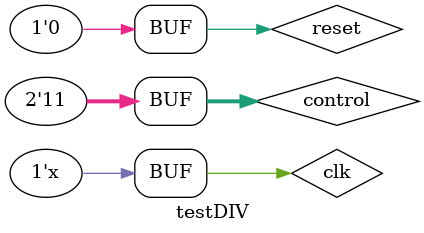
<source format=v>
`timescale 1ns / 1ps


module testDIV;

	// Inputs
	reg [1:0] control;
	reg reset;
	reg clk;

	// Outputs
	wire q;

	// Instantiate the Unit Under Test (UUT)
	dived2f uut (
		.control(control), 
		.reset(reset), 
		.clk(clk), 
		.q(q)
	);

	always
	begin
		clk=~clk;
		#10;
	end
	initial begin
		// Initialize Inputs
		clk = 0;
		reset = 0;
		#10;
		reset = 1;
		#10;
		reset = 0;

		// Wait 100 ns for global reset to finish
		#10;
		control = 0;
		#10000;
		control = 1;
		#10000;
		control = 2;
		#10000;
		control = 3;
		#10000;
        
		// Add stimulus here

	end
      
endmodule


</source>
